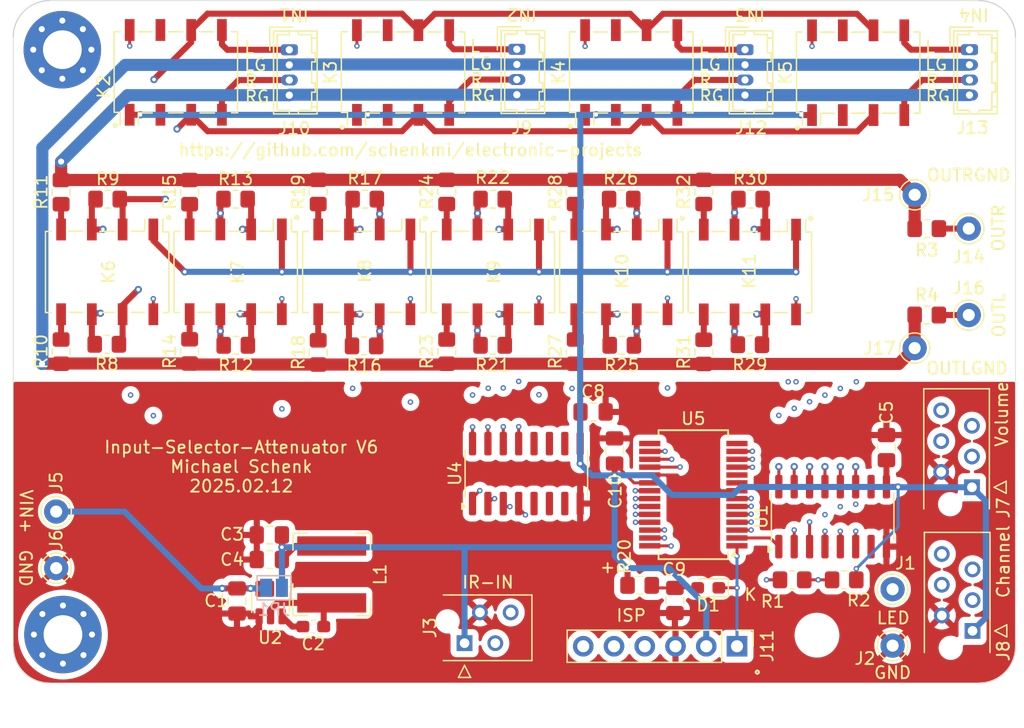
<source format=kicad_pcb>
(kicad_pcb (version 20240108) (generator "pcbnew") (generator_version "8.0")
  (layers (0 "F.Cu" mixed) (1 "In1.Cu" signal) (2 "In2.Cu" signal) (31 "B.Cu" mixed) (34 "B.Paste" user) (35 "F.Paste" user) (36 "B.SilkS" user "B.Silkscreen") (37 "F.SilkS" user "F.Silkscreen") (38 "B.Mask" user) (39 "F.Mask" user) (44 "Edge.Cuts" user))
  (net 0 "")
  (net 1 "GND")
  (net 2 "+5V")
  (net 3 "/VIN")
  (net 4 "/SWOUT")
  (net 5 "RC0{slash}CHA")
  (net 6 "Net-(J1-Pin_1)")
  (net 7 "RC2{slash}SW")
  (net 9 "GND1")
  (net 10 "GND2")
  (net 11 "Net-(K2-Pad3)")
  (net 12 "RC5{slash}CHA")
  (net 13 "RC7{slash}SW")
  (net 15 "Net-(J10-Pin_1)")
  (net 16 "Net-(J10-Pin_3)")
  (net 18 "Net-(J14-Pin_1)")
  (net 19 "Net-(K2-Pad6)")
  (net 20 "Net-(J16-Pin_1)")
  (net 21 "Net-(K6-Pad3)")
  (net 22 "Net-(J9-Pin_1)")
  (net 23 "Net-(J9-Pin_3)")
  (net 24 "Net-(J12-Pin_1)")
  (net 25 "Net-(J12-Pin_3)")
  (net 26 "Net-(J13-Pin_1)")
  (net 27 "Net-(J13-Pin_3)")
  (net 28 "ICSPDAT")
  (net 29 "ICSPCLK")
  (net 30 "Net-(U4-O1)")
  (net 31 "Net-(U4-O2)")
  (net 32 "Net-(U4-O3)")
  (net 41 "Net-(K7-Pad3)")
  (net 42 "Net-(K6-Pad4)")
  (net 43 "Net-(K6-Pad5)")
  (net 44 "Net-(K6-Pad6)")
  (net 45 "Net-(U4-O4)")
  (net 46 "Net-(K7-Pad6)")
  (net 47 "Net-(K7-Pad4)")
  (net 48 "Net-(K7-Pad5)")
  (net 49 "Net-(U1-O1)")
  (net 50 "Net-(K8-Pad4)")
  (net 51 "Net-(K8-Pad5)")
  (net 52 "Net-(U1-O2)")
  (net 53 "Net-(K9-Pad4)")
  (net 54 "Net-(K9-Pad5)")
  (net 55 "Net-(K8-Pad3)")
  (net 56 "Net-(K8-Pad6)")
  (net 57 "Net-(U1-O3)")
  (net 58 "Net-(K10-Pad4)")
  (net 59 "Net-(K10-Pad5)")
  (net 60 "Net-(K10-Pad7)")
  (net 61 "Net-(U1-O4)")
  (net 62 "Net-(K10-Pad6)")
  (net 63 "Net-(K11-Pad4)")
  (net 64 "Net-(K11-Pad5)")
  (net 65 "Net-(U1-O5)")
  (net 66 "Net-(U1-O6)")
  (net 67 "Net-(U5-RB5)")
  (net 70 "Net-(U4-I1)")
  (net 71 "Net-(U4-I2)")
  (net 72 "Net-(U4-I3)")
  (net 73 "ATT_0")
  (net 74 "ATT_1")
  (net 75 "ATT_2")
  (net 76 "ATT_3")
  (net 77 "ATT_4")
  (net 78 "ATT_5")
  (net 79 "Net-(U4-I4)")
  (net 86 "Net-(K10-Pad2)")
  (net 87 "Net-(U2-BST)")
  (net 92 "Net-(D1-A)")
  (net 93 "RC1{slash}CHB")
  (net 94 "RC6{slash}CHB")
  (net 95 "Net-(D1-K)")
  (net 97 "RB4{slash}IRIN")
  (net 98 "Net-(K10-Pad3)")
  (footprint "Capacitor_SMD:C_0603_1608Metric_Pad1.08x0.95mm_HandSolder" (layer "F.Cu") (at 141.6315 110.1344 180)
    (property "Reference" "C2")
    (property "Value" "100nF/50V/X7R")
  )
  (footprint "Capacitor_SMD:C_0805_2012Metric_Pad1.18x1.45mm_HandSolder" (layer "F.Cu") (at 138.0021 102.5652 180)
    (property "Reference" "C3")
    (property "Value" "22uF/25V/X5R")
  )
  (footprint "Capacitor_SMD:C_0805_2012Metric_Pad1.18x1.45mm_HandSolder" (layer "F.Cu") (at 188.976 95.3555 -90)
    (property "Reference" "C5")
    (property "Value" "100nF")
  )
  (footprint "MountingHole:MountingHole_3.2mm_M3" (layer "F.Cu") (at 186.7408 80.772)
    (property "Reference" "H2" (hide yes))
    (property "Value" "MountingHole")
  )
  (footprint "MountingHole:MountingHole_3.2mm_M3" (layer "F.Cu") (at 183.2356 110.8456)
    (property "Reference" "H3" (hide yes))
    (property "Value" "MountingHole")
  )
  (footprint "MountingHole:MountingHole_3.2mm_M3_Pad_Via" (layer "F.Cu") (at 120.9548 110.7948)
    (property "Reference" "H4" (hide yes))
    (property "Value" "MountingHole")
  )
  (footprint "Connector_Pin:Pin_D1.0mm_L10.0mm" (layer "F.Cu") (at 189.484 107.047482)
    (property "Reference" "J1")
    (property "Value" "LED")
  )
  (footprint "Connector_Pin:Pin_D1.0mm_L10.0mm" (layer "F.Cu") (at 189.484 111.7092)
    (property "Reference" "J2")
    (property "Value" "GND")
  )
  (footprint "Connector_Pin:Pin_D1.0mm_L10.0mm" (layer "F.Cu") (at 120.396 100.6348 -90)
    (property "Reference" "J5")
    (property "Value" "+VIN")
  )
  (footprint "Connector_Pin:Pin_D1.0mm_L10.0mm" (layer "F.Cu") (at 120.396 105.3084 -90)
    (property "Reference" "J6")
    (property "Value" "GND")
  )
  (footprint "Connector_Pin:Pin_D1.0mm_L10.0mm" (layer "F.Cu") (at 195.776364 77.263242)
    (property "Reference" "J14")
    (property "Value" "OUT_R")
  )
  (footprint "Connector_Pin:Pin_D1.0mm_L10.0mm" (layer "F.Cu") (at 191.306062 74.469242)
    (property "Reference" "J15")
    (property "Value" "OUT_GNDR")
  )
  (footprint "Connector_Pin:Pin_D1.0mm_L10.0mm" (layer "F.Cu") (at 195.776364 84.402499)
    (property "Reference" "J16")
    (property "Value" "OUT_L")
  )
  (footprint "Connector_Pin:Pin_D1.0mm_L10.0mm" (layer "F.Cu") (at 191.306062 87.131767)
    (property "Reference" "J17")
    (property "Value" "OUT_GNDL")
  )
  (footprint "Relay_SMD:Relay_DPDT_Omron_G6K-2F" (layer "F.Cu") (at 130.2766 64.3584 90)
    (property "Reference" "K2")
    (property "Value" "G6K-2F DC5")
  )
  (footprint "Relay_SMD:Relay_DPDT_Omron_G6K-2F" (layer "F.Cu") (at 149.0472 64.3688 90)
    (property "Reference" "K3")
    (property "Value" "G6K-2F DC5")
  )
  (footprint "Relay_SMD:Relay_DPDT_Omron_G6K-2F" (layer "F.Cu") (at 167.894 64.3688 90)
    (property "Reference" "K4")
    (property "Value" "G6K-2F DC5")
  )
  (footprint "Relay_SMD:Relay_DPDT_Omron_G6K-2F" (layer "F.Cu") (at 186.6392 64.3838 90)
    (property "Reference" "K5")
    (property "Value" "G6K-2F DC5")
  )
  (footprint "Resistor_SMD:R_0805_2012Metric_Pad1.20x1.40mm_HandSolder" (layer "F.Cu") (at 181.1876 106.2736)
    (property "Reference" "R1")
    (property "Value" "330R")
  )
  (footprint "Resistor_SMD:R_0805_2012Metric_Pad1.20x1.40mm_HandSolder" (layer "F.Cu") (at 185.4868 106.2736 180)
    (property "Reference" "R2")
    (property "Value" "330R")
  )
  (footprint "Resistor_SMD:R_0805_2012Metric_Pad1.20x1.40mm_HandSolder" (layer "F.Cu") (at 192.305964 84.402499)
    (property "Reference" "R4")
    (property "Value" "10k/0.1%")
  )
  (footprint "MountingHole:MountingHole_3.2mm_M3_Pad_Via" (layer "F.Cu") (at 120.904 62.484)
    (property "Reference" "H1" (hide yes))
    (property "Value" "MountingHole")
  )
  (footprint "Resistor_SMD:R_0805_2012Metric_Pad1.20x1.40mm_HandSolder" (layer "F.Cu") (at 192.305964 77.263242)
    (property "Reference" "R3")
    (property "Value" "10k/0.1%")
  )
  (footprint "Package_SO:SOIC-16_3.9x9.9mm_P1.27mm" (layer "F.Cu") (at 159.2326 97.4994 90)
    (property "Reference" "U4")
    (property "Value" "ULN2003A")
  )
  (footprint "Package_TO_SOT_SMD:TSOT-23-6" (layer "F.Cu") (at 138.1053 108.1532 -90)
    (property "Reference" "U2")
    (property "Value" "AP63205WU")
  )
  (footprint "Capacitor_SMD:C_0805_2012Metric_Pad1.18x1.45mm_HandSolder" (layer "F.Cu") (at 138.0021 104.5972 180)
    (property "Reference" "C4")
    (property "Value" "22uF/25V/X5R")
  )
  (footprint "Package_SO:SOIC-16_3.9x9.9mm_P1.27mm" (layer "F.Cu") (at 184.531 101.0554 90)
    (property "Reference" "U1")
    (property "Value" "ULN2003A")
  )
  (footprint "Connector_TE-Connectivity:TE_Micro-MaTch_215079-6_2x03_P1.27mm_Vertical" (layer "F.Cu") (at 196.0372 98.6282 180)
    (property "Reference" "J7")
    (property "Value" "TE MicroMatch")
  )
  (footprint "Resistor_SMD:R_0805_2012Metric_Pad1.20x1.40mm_HandSolder" (layer "F.Cu") (at 135.2296 86.9 180)
    (property "Reference" "R12")
    (property "Value" "2.94k/0.1%")
  )
  (footprint "Capacitor_SMD:C_0805_2012Metric_Pad1.18x1.45mm_HandSolder" (layer "F.Cu") (at 164.7444 92.4052)
    (property "Reference" "C8")
    (property "Value" "100nF")
  )
  (footprint "Resistor_SMD:R_0805_2012Metric_Pad1.20x1.40mm_HandSolder" (layer "F.Cu") (at 156.448 74.8284 180)
    (property "Reference" "R22")
    (property "Value" "7.5k/0.1%")
  )
  (footprint "Connector_Hirose:Hirose_DF13-04P-1.25DSA_1x04_P1.25mm_Vertical" (layer "F.Cu") (at 139.6492 62.4932 -90)
    (property "Reference" "J10")
    (property "Value" "Conn_01x04")
  )
  (footprint "Resistor_SMD:R_0805_2012Metric_Pad1.20x1.40mm_HandSolder" (layer "F.Cu") (at 135.2136 74.8284 180)
    (property "Reference" "R13")
    (property "Value" "2.94k/0.1%")
  )
  (footprint "Relay_SMD:Relay_DPDT_Omron_G6K-2F" (layer "F.Cu") (at 177.6984 80.8496 -90)
    (property "Reference" "K11")
    (property "Value" "G6K-2F DC5")
  )
  (footprint "Resistor_SMD:R_0805_2012Metric_Pad1.20x1.40mm_HandSolder" (layer "F.Cu") (at 173.8884 87.4428 90)
    (property "Reference" "R31")
    (property "Value" "40.2R/0.1%")
  )
  (footprint "Resistor_SMD:R_0805_2012Metric_Pad1.20x1.40mm_HandSolder" (layer "F.Cu") (at 167.116 86.9 180)
    (property "Reference" "R25")
    (property "Value" "9.31k/0.1%")
  )
  (footprint "Resistor_SMD:R_0805_2012Metric_Pad1.20x1.40mm_HandSolder" (layer "F.Cu") (at 131.4196 87.4052 90)
    (property "Reference" "R14")
    (property "Value" "24.3k/0.1%")
  )
  (footprint "Resistor_SMD:R_0805_2012Metric_Pad1.20x1.40mm_HandSolder" (layer "F.Cu") (at 145.8816 74.8284 180)
    (property "Reference" "R17")
    (property "Value" "4.99k/0.1%")
  )
  (footprint "Resistor_SMD:R_0805_2012Metric_Pad1.20x1.40mm_HandSolder" (layer "F.Cu") (at 124.5776 86.8172 180)
    (property "Reference" "R8")
    (property "Value" "1.58k/0.1%")
  )
  (footprint "Relay_SMD:Relay_DPDT_Omron_G6K-2F" (layer "F.Cu") (at 124.6124 80.836 -90)
    (property "Reference" "K6")
    (property "Value" "G6K-2F DC5")
  )
  (footprint "Resistor_SMD:R_0805_2012Metric_Pad1.20x1.40mm_HandSolder" (layer "F.Cu") (at 177.6984 86.8492 180)
    (property "Reference" "R29")
    (property "Value" "10k/0.1%")
  )
  (footprint "Relay_SMD:Relay_DPDT_Omron_G6K-2F" (layer "F.Cu") (at 135.2296 80.8308 -90)
    (property "Reference" "K7")
    (property "Value" "G6K-2F DC5")
  )
  (footprint "Capacitor_SMD:C_0805_2012Metric_Pad1.18x1.45mm_HandSolder" (layer "F.Cu") (at 166.5224 95.6271 90)
    (property "Reference" "C10")
    (property "Value" "100nF")
  )
  (footprint "Capacitor_SMD:C_0805_2012Metric_Pad1.18x1.45mm_HandSolder" (layer "F.Cu") (at 135.3312 108.0223 -90)
    (property "Reference" "C1")
    (property "Value" "10uF/50V/X5R")
  )
  (footprint "Resistor_SMD:R_0805_2012Metric_Pad1.20x1.40mm_HandSolder" (layer "F.Cu") (at 177.7492 74.8284 180)
    (property "Reference" "R30")
    (property "Value" "10k/0.1%")
  )
  (footprint "Resistor_SMD:R_0805_2012Metric_Pad1.20x1.40mm_HandSolder" (layer "F.Cu") (at 120.8024 74.248 90)
    (property "Reference" "R11")
    (property "Value" "53.6k/0.1%")
  )
  (footprint "Resistor_SMD:R_0805_2012Metric_Pad1.20x1.40mm_HandSolder" (layer "F.Cu") (at 167.0652 74.8284 180)
    (property "Reference" "R26")
    (property "Value" "9.31k/0.1%")
  )
  (footprint "Connector_Hirose:Hirose_DF13-04P-1.25DSA_1x04_P1.25mm_Vertical" (layer "F.Cu") (at 158.4452 62.4532 -90)
    (property "Reference" "J9")
    (property "Value" "Conn_01x04")
  )
  (footprint "Resistor_SMD:R_0805_2012Metric_Pad1.20x1.40mm_HandSolder" (layer "F.Cu") (at 145.8308 86.9508 180)
    (property "Reference" "R16")
    (property "Value" "4.99k/0.1%")
  )
  (footprint "Resistor_SMD:R_0805_2012Metric_Pad1.20x1.40mm_HandSolder" (layer "F.Cu") (at 163.2712 87.424 90)
    (property "Reference" "R27")
    (property "Value" "681R/0.1%")
  )
  (footprint "Resistor_SMD:R_0805_2012Metric_Pad1.20x1.40mm_HandSolder" (layer "F.Cu") (at 131.4196 74.248 90)
    (property "Reference" "R15")
    (property "Value" "24.3k/0.1%")
  )
  (footprint "Inductor_SMD:L_Bourns-SRN6028" (layer "F.Cu") (at 143.1544 105.8296 90)
    (property "Reference" "L1")
    (property "Value" "4.7uH")
  )
  (footprint "Diode_SMD:D_0603_1608Metric_Pad1.05x0.95mm_HandSolder" (layer "F.Cu") (at 174.2554 106.934 180)
    (property "Reference" "D1")
    (property "Value" "TS4148RCG")
  )
  (footprint "Resistor_SMD:R_0805_2012Metric_Pad1.20x1.40mm_HandSolder" (layer "F.Cu") (at 156.448 86.9 180)
    (property "Reference" "R21")
    (property "Value" "7.5k/0.1%")
  )
  (footprint "Resistor_SMD:R_0805_2012Metric_Pad1.20x1.40mm_HandSolder" (layer "F.Cu") (at 124.6472 74.8284 180)
    (property "Reference" "R9")
    (property "Value" "1.58k/0.1%")
  )
  (footprint "Resistor_SMD:R_0805_2012Metric_Pad1.20x1.40mm_HandSolder" (layer "F.Cu") (at 120.8024 87.424 90)
    (property "Reference" "R10")
    (property "Value" "53.6k/0.1%")
  )
  (footprint "Resistor_SMD:R_0805_2012Metric_Pad1.20x1.40mm_HandSolder" (layer "F.Cu") (at 152.654 74.2348 90)
    (property "Reference" "R24")
    (property "Value" "3.32k/0.1%")
  )
  (footprint "Connector_TE-Connectivity:TE_Micro-MaTch_215079-6_2x03_P1.27mm_Vertical" (layer "F.Cu") (at 196.088 110.49 180)
    (property "Reference" "J8")
    (property "Value" "TE MicroMatch")
  )
  (footprint "Resistor_SMD:R_0805_2012Metric_Pad1.20x1.40mm_HandSolder" (layer "F.Cu") (at 163.2712 74.2348 90)
    (property "Reference" "R28")
    (property "Value" "681R/0.1%")
  )
  (footprint "Resistor_SMD:R_0805_2012Metric_Pad1.20x1.40mm_HandSolder" (layer "F.Cu") (at 152.654 87.424 90)
    (property "Reference" "R23")
    (property "Value" "3.32k/0.1%")
  )
  (footprint "Resistor_SMD:R_0805_2012Metric_Pad1.20x1.40mm_HandSolder" (layer "F.Cu") (at 142.039092 74.2348 90)
    (property "Reference" "R19")
    (property "Value" "10k/0.1%")
  )
  (footprint "Resistor_SMD:R_0805_2012Metric_Pad1.20x1.40mm_HandSolder" (layer "F.Cu") (at 168.5892 106.7308)
    (property "Reference" "R20")
    (property "Value" "4.7k")
  )
  (footprint "Connector_Hirose:Hirose_DF13-04P-1.25DSA_1x04_P1.25mm_Vertical" (layer "F.Cu") (at 195.834 62.484 -90)
    (property "Reference" "J13")
    (property "Value" "Conn_01x04")
  )
  (footprint "Relay_SMD:Relay_DPDT_Omron_G6K-2F" (layer "F.Cu") (at 167.0812 80.836 -90)
    (property "Reference" "K10")
    (property "Value" "G6K-2F DC5")
  )
  (footprint "Capacitor_SMD:C_0805_2012Metric_Pad1.18x1.45mm_HandSolder" (layer "F.Cu") (at 171.5008 107.9793 -90)
    (property "Reference" "C9")
    (property "Value" "10nF")
  )
  (footprint "Resistor_SMD:R_0805_2012Metric_Pad1.20x1.40mm_HandSolder" (layer "F.Cu") (at 142.039092 87.4908 90)
    (property "Reference" "R18")
    (property "Value" "10k/0.1%")
  )
  (footprint "Relay_SMD:Relay_DPDT_Omron_G6K-2F" (layer "F.Cu") (at 156.464 80.8412 -90)
    (property "Reference" "K9")
    (property "Value" "G6K-2F DC5")
  )
  (footprint "Resistor_SMD:R_0805_2012Metric_Pad1.20x1.40mm_HandSolder" (layer "F.Cu") (at 173.8884 74.2348 90)
    (property "Reference" "R32")
    (property "Value" "40.2R/0.1%")
  )
  (footprint "Relay_SMD:Relay_DPDT_Omron_G6K-2F" (layer "F.Cu") (at 145.849092 80.836 -90)
    (property "Reference" "K8")
    (property "Value" "G6K-2F DC5")
  )
  (footprint "Connector_TE-Connectivity:TE_Micro-MaTch_215079-4_2x02_P1.27mm_Vertical" (layer "F.Cu") (at 154.1272 111.506 90)
    (property "Reference" "J3")
    (property "Value" "TE MicroMatch")
  )
  (footprint "Connector_PinHeader_2.54mm:PinHeader_1x06_P2.54mm_Vertical" (layer "F.Cu") (at 176.6316 111.76 -90)
    (property "Reference" "J11")
    (property "Value" "Conn_01x06_Male")
  )
  (footprint "Connector_Hirose:Hirose_DF13-04P-1.25DSA_1x04_P1.25mm_Vertical" (layer "F.Cu") (at 177.292 62.484 -90)
    (property "Reference" "J12")
    (property "Value" "Conn_01x04")
  )
  (footprint "Package_SO:SSOP-28_5.3x10.2mm_P0.65mm" (layer "F.Cu") (at 173.0248 99.2408 180)
    (property "Reference" "U5")
    (property "Value" "PIC16F18056-I/SS")
  )
  (footprint "Jumper:SolderJumper-2_P1.3mm_Open_Pad1.0x1.5mm" (layer "B.Cu") (at 138.3896 106.934)
    (property "Reference" "JP1")
    (property "Value" "SolderJumper_2_Open")
  )
  (gr_line (start 116.850329 111.797671) (end 116.850328 61.430328) (stroke (width 0.05)) (layer "Edge.Cuts"))
  (gr_line (start 196.63368 114.79768) (end 119.850329 114.797671) (stroke (width 0.05)) (layer "Edge.Cuts"))
  (gr_arc (start 199.63368 111.79768) (mid 198.755 113.919) (end 196.63368 114.79768) (stroke (width 0.1)) (layer "Edge.Cuts"))
  (gr_line (start 199.633674 61.430326) (end 199.63368 111.79768) (stroke (width 0.05)) (layer "Edge.Cuts"))
  (gr_arc (start 119.850329 114.797671) (mid 117.729 113.919) (end 116.850329 111.797671) (stroke (width 0.1)) (layer "Edge.Cuts"))
  (gr_arc (start 196.633674 58.430326) (mid 198.755 59.309) (end 199.633674 61.430326) (stroke (width 0.1)) (layer "Edge.Cuts"))
  (gr_arc (start 116.850328 61.430328) (mid 117.729 59.309) (end 119.850328 58.430328) (stroke (width 0.1)) (layer "Edge.Cuts"))
  (gr_line (start 119.850328 58.430328) (end 196.633674 58.430326) (stroke (width 0.05)) (layer "Edge.Cuts"))
  (gr_text "OUTL" (at 198.265564 84.402499 90) (layer "F.SilkS") (effects (font (size 1 1))))
  (gr_text "VIN+" (at 117.9068 100.6348 270) (layer "F.SilkS") (effects (font (size 1 1))))
  (gr_text "GND" (at 117.856 105.3084 -90) (layer "F.SilkS") (effects (font (size 1 1))))
  (gr_text "GND" (at 189.484 113.9444 0) (layer "F.SilkS") (effects (font (size 1 1))))
  (gr_text "OUTLGND" (at 195.6308 88.7984 0) (layer "F.SilkS") (effects (font (size 1 1))))
  (gr_text "OUTRGND" (at 195.7832 72.8472 0) (layer "F.SilkS") (effects (font (size 1 1))))
  (gr_text "Input-Selector-Attenuator V6\nMichael Schenk\n2025.02.12" (at 135.6868 96.9264 0) (layer "F.SilkS") (effects (font (size 1 1))))
  (gr_text "LED" (at 189.5348 109.4232 0) (layer "F.SilkS") (effects (font (size 1 1))))
  (gr_text "IN2" (at 158.849918 59.5884 180) (layer "F.SilkS") (effects (font (size 1 1))))
  (gr_text "Volume" (at 198.501 92.583 90) (layer "F.SilkS") (effects (font (size 1 1))))
  (gr_text "https://github.com/schenkmi/electronic-projects" (at 149.6568 70.7644 0) (layer "F.SilkS") (effects (font (size 1 1))))
  (gr_text "°" (at 129.6924 76.7588 0) (layer "F.SilkS") (effects (font (size 1 1))))
  (gr_text "L" (at 173.3804 62.8396 0) (layer "F.SilkS") (effects (font (size 1 1)) (justify left bottom)))
  (gr_text "R" (at 192.1256 65.5828 0) (layer "F.SilkS") (effects (font (size 1 1)) (justify left bottom)))
  (gr_text "°" (at 140.2588 76.7588 0) (layer "F.SilkS") (effects (font (size 1 1))))
  (gr_text "R" (at 135.89 65.6336 0) (layer "F.SilkS") (effects (font (size 1 1)) (justify left bottom)))
  (gr_text "°" (at 172.1104 76.8096 0) (layer "F.SilkS") (effects (font (size 1 1))))
  (gr_text "°" (at 162.8648 69.2404 0) (layer "F.SilkS") (effects (font (size 1 1))))
  (gr_text "LG" (at 154.4828 64.2112 0) (layer "F.SilkS") (effects (font (size 1 1)) (justify left bottom)))
  (gr_text "°" (at 181.61 69.342 0) (layer "F.SilkS") (effects (font (size 1 1))))
  (gr_text "°" (at 161.4932 76.8096 0) (layer "F.SilkS") (effects (font (size 1 1))))
  (gr_text "L" (at 192.0748 62.8396 0) (layer "F.SilkS") (effects (font (size 1 1)) (justify left bottom)))
  (gr_text "R" (at 154.5336 65.532 0) (layer "F.SilkS") (effects (font (size 1 1)) (justify left bottom)))
  (gr_text "RG" (at 192.1256 66.9036 0) (layer "F.SilkS") (effects (font (size 1 1)) (justify left bottom)))
  (gr_text "Channel" (at 198.628 104.775 90) (layer "F.SilkS") (effects (font (size 1 1))))
  (gr_text "°" (at 150.876 76.8096 0) (layer "F.SilkS") (effects (font (size 1 1))))
  (gr_text "IR-IN" (at 156.0576 106.4768 0) (layer "F.SilkS") (effects (font (size 1 1))))
  (gr_text "L" (at 135.8392 62.8904 0) (layer "F.SilkS") (effects (font (size 1 1)) (justify left bottom)))
  (gr_text "LG" (at 135.8392 64.3128 0) (layer "F.SilkS") (effects (font (size 1 1)) (justify left bottom)))
  (gr_text "LG" (at 173.3804 64.262 0) (layer "F.SilkS") (effects (font (size 1 1)) (justify left bottom)))
  (gr_text "°" (at 178.308 114.3 0) (layer "F.SilkS") (effects (font (size 1 1))))
  (gr_text "°" (at 144.018 69.2912 0) (layer "F.SilkS") (effects (font (size 1 1))))
  (gr_text "L" (at 154.4828 62.7888 0) (layer "F.SilkS") (effects (font (size 1 1)) (justify left bottom)))
  (gr_text "°" (at 182.7276 76.8096 0) (layer "F.SilkS") (effects (font (size 1 1))))
  (gr_text "ISP" (at 167.894 109.22 0) (layer "F.SilkS") (effects (font (size 1 1))))
  (gr_text "R" (at 173.4312 65.5828 0) (layer "F.SilkS") (effects (font (size 1 1)) (justify left bottom)))
  (gr_text "IN1" (at 140.0048 59.5884 180) (layer "F.SilkS") (effects (font (size 1 1))))
  (gr_text "K" (at 177.7492 107.4928 0) (layer "F.SilkS") (effects (font (size 1 1))))
  (gr_text "LG" (at 192.0748 64.262 0) (layer "F.SilkS") (effects (font (size 1 1)) (justify left bottom)))
  (gr_text "+" (at 165.227 105.791 0) (layer "F.SilkS") (effects (font (size 1 1)) (justify left bottom)))
  (gr_text "RG" (at 154.5336 66.8528 0) (layer "F.SilkS") (effects (font (size 1 1)) (justify left bottom)))
  (gr_text "IN3" (at 177.699436 59.5884 180) (layer "F.SilkS") (effects (font (size 1 1))))
  (gr_text "°" (at 125.2728 69.1388 0) (layer "F.SilkS") (effects (font (size 1 1))))
  (gr_text "IN4" (at 196.1896 59.5884 180) (layer "F.SilkS") (effects (font (size 1 1))))
  (gr_text "RG" (at 135.89 66.9544 0) (layer "F.SilkS") (effects (font (size 1 1)) (justify left bottom)))
  (gr_text "OUTR" (at 198.214764 77.212442 90) (layer "F.SilkS") (effects (font (size 1 1))))
  (gr_text "RG" (at 173.4312 66.9036 0) (layer "F.SilkS") (effects (font (size 1 1)) (justify left bottom)))
  (segment (start 172.9822 98.9158) (end 171.6822 97.6158) (width 0.25) (layer "F.Cu") (net 1))
  (segment (start 137.1553 110.0375) (end 135.5852 111.6076) (width 0.5) (layer "F.Cu") (net 1))
  (segment (start 137.1553 109.2907) (end 137.1553 110.0375) (width 0.5) (layer "F.Cu") (net 1))
  (segment (start 176.6248 98.9158) (end 172.9822 98.9158) (width 0.25) (layer "F.Cu") (net 1))
  (segment (start 169.4248 97.6158) (end 171.6822 97.6158) (width 0.25) (layer "F.Cu") (net 1))
  (segment (start 169.4248 98.2658) (end 168.1236 98.2658) (width 0.25) (layer "F.Cu") (net 2))
  (segment (start 188.976 98.5804) (end 188.976 96.393) (width 0.5) (layer "F.Cu") (net 2))
  (segment (start 170.8912 80.8228) (end 170.878 80.836) (width 0.5) (layer "F.Cu") (net 2))
  (segment (start 139.0553 104.6129) (end 139.0396 104.5972) (width 0.5) (layer "F.Cu") (net 2))
  (segment (start 143.1544 103.4796) (end 140.1572 103.4796) (width 0.5) (layer "F.Cu") (net 2))
  (segment (start 139.0396 80.836) (end 139.0396 77.3308) (width 0.5) (layer "F.Cu") (net 2))
  (segment (start 181.5084 80.8228) (end 181.4952 80.836) (width 0.5) (layer "F.Cu") (net 2))
  (segment (start 145.2372 67.8688) (end 146.1516 67.8688) (width 0.5) (layer "F.Cu") (net 2))
  (segment (start 149.659092 80.833708) (end 149.6568 80.836) (width 0.5) (layer "F.Cu") (net 2))
  (segment (start 181.5084 77.3496) (end 181.5084 80.8228) (width 0.5) (layer "F.Cu") (net 2))
  (segment (start 128.4224 78.2452) (end 131.0132 80.836) (width 0.5) (layer "F.Cu") (net 2))
  (segment (start 139.0553 107.0157) (end 139.0553 104.6129) (width 0.5) (layer "F.Cu") (net 2))
  (segment (start 186.4868 106.2736) (end 186.4868 105.3592) (width 0.25) (layer "F.Cu") (net 2))
  (segment (start 168.1236 98.2658) (end 166.5224 96.6646) (width 0.25) (layer "F.Cu") (net 2))
  (segment (start 139.0396 104.5972) (end 139.0396 103.5812) (width 0.5) (layer "F.Cu") (net 2))
  (segment (start 128.4224 77.336) (end 128.4224 78.2452) (width 0.5) (layer "F.Cu") (net 2))
  (segment (start 170.8912 77.336) (end 170.8912 80.8228) (width 0.5) (layer "F.Cu") (net 2))
  (segment (start 149.659092 77.336) (end 149.659092 80.833708) (width 0.5) (layer "F.Cu") (net 2))
  (segment (start 127.3452 67.8584) (end 127.3556 67.8688) (width 0.5) (layer "F.Cu") (net 2))
  (segment (start 181.9298 67.8838) (end 181.9148 67.8688) (width 0.5) (layer "F.Cu") (net 2))
  (segment (start 140.1572 103.4796) (end 139.0396 104.5972) (width 0.5) (layer "F.Cu") (net 2))
  (segment (start 160.274 80.836) (end 160.274 77.3412) (width 0.5) (layer "F.Cu") (net 2))
  (segment (start 163.6776 95.0244) (end 163.6776 96.6724) (width 0.5) (layer "F.Cu") (net 2))
  (segment (start 164.084 67.8688) (end 164.9984 67.8688) (width 0.5) (layer "F.Cu") (net 2))
  (segment (start 166.5224 96.6646) (end 166.5224 97.6511) (width 0.5) (layer "F.Cu") (net 2))
  (segment (start 167.5892 106.7308) (end 167.5892 105.3592) (width 0.5) (layer "F.Cu") (net 2))
  (segment (start 189.9412 98.6028) (end 188.9984 98.6028) (width 0.5) (layer "F.Cu") (net 2))
  (segment (start 139.0396 103.5812) (end 139.0396 102.5652) (width 0.5) (layer "F.Cu") (net 2))
  (segment (start 167.5892 105.3592) (end 167.5384 105.3084) (width 0.5) (layer "F.Cu") (net 2))
  (segment (start 126.4666 67.8584) (end 127.3452 67.8584) (width 0.5) (layer "F.Cu") (net 2))
  (segment (start 163.6776 95.0244) (end 163.6776 92.4345) (width 0.5) (layer "F.Cu") (net 2))
  (segment (start 182.8292 67.8838) (end 181.9298 67.8838) (width 0.5) (layer "F.Cu") (net 2))
  (via (at 160.274 80.836) (size 0.6) (drill 0.3) (layers "F.Cu" "B.Cu") (net 2))
  (via (at 163.6776 96.6724) (size 0.6) (drill 0.3) (layers "F.Cu" "B.Cu") (net 2))
  (via (at 167.5384 105.3084) (size 0.6) (drill 0.3) (layers "F.Cu" "B.Cu") (net 2))
  (via (at 170.878 80.836) (size 0.6) (drill 0.3) (layers "F.Cu" "B.Cu") (net 2))
  (via (at 189.9412 98.6028) (size 0.6) (drill 0.3) (layers "F.Cu" "B.Cu") (net 2))
  (via (at 131.0132 80.836) (size 0.6) (drill 0.3) (layers "F.Cu" "B.Cu") (net 2))
  (via (at 149.6568 80.836) (size 0.6) (drill 0.3) (layers "F.Cu" "B.Cu") (net 2))
  (via (at 186.4868 105.3592) (size 0.45) (drill 0.225) (layers "F.Cu" "B.Cu") (net 2))
  (via (at 166.5224 97.6511) (size 0.6) (drill 0.3) (layers "F.Cu" "B.Cu") (net 2))
  (via (at 127.3556 67.8688) (size 0.6) (drill 0.3) (layers "F.Cu" "B.Cu") (net 2))
  (via (at 139.0396 80.836) (size 0.6) (drill 0.3) (layers "F.Cu" "B.Cu") (net 2))
  (via (at 139.0396 103.5812) (size 0.6) (drill 0.3) (layers "F.Cu" "B.Cu") (net 2))
  (via (at 181.4952 80.836) (size 0.6) (drill 0.3) (layers "F.Cu" "B.Cu") (net 2))
  (via (at 181.9148 67.8688) (size 0.6) (drill 0.3) (layers "F.Cu" "B.Cu") (net 2))
  (via (at 146.1516 67.8688) (size 0.6) (drill 0.3) (layers "F.Cu" "B.Cu") (net 2))
  (via (at 164.9984 67.8688) (size 0.6) (drill 0.3) (layers "F.Cu" "B.Cu") (net 2))
  (segment (start 196.088 110.49) (end 197.188 109.39) (width 0.5) (layer "B.Cu") (net 2))
  (segment (start 189.9666 98.6282) (end 189.9412 98.6028) (width 0.5) (layer "B.Cu") (net 2))
  (segment (start 167.5384 105.3084) (end 170.9928 105.3084) (width 0.5) (layer "B.Cu") (net 2))
  (segment (start 166.5359 97.6376) (end 166.5224 97.6511) (width 0.5) (layer "B.Cu") (net 2))
  (segment (start 176.9364 98.6028) (end 176.276 99.2632) (width 0.5) (layer "B.Cu") (net 2))
  (segment (start 166.5224 104.2924) (end 167.5384 105.3084) (width 0.5) (layer "B.Cu") (net 2))
  (segment (start 163.6908 67.9328) (end 163.6268 67.8688) (width 0.5) (layer "B.Cu") (net 2))
  (segment (start 139.0396 106.934) (end 139.0396 103.5812) (width 0.5) (layer "B.Cu") (net 2))
  (segment (start 189.9412 98.6028) (end 176.9364 98.6028) (width 0.5) (layer "B.Cu") (net 2))
  (segment (start 166.5224 103.5812) (end 166.5224 104.2924) (width 0.5) (layer "B.Cu") (net 2))
  (segment (start 186.4868 105.3592) (end 189.9412 101.9048) (width 0.25) (layer "B.Cu") (net 2))
  (segment (start 171.2468 99.2632) (end 169.6212 97.6376) (width 0.5) (layer "B.Cu") (net 2))
  (segment (start 149.6568 80.836) (end 160.274 80.836) (width 0.5) (layer "B.Cu") (net 2))
  (segment (start 163.6908 80.836) (end 170.878 80.836) (width 0.5) (layer "B.Cu") (net 2))
  (segment (start 139.0396 103.5812) (end 154.1272 103.5812) (width 0.5) (layer "B.Cu") (net 2))
  (segment (start 149.6568 80.836) (end 139.0396 80.836) (width 0.5) (layer "B.Cu") (net 2))
  (segment (start 163.6776 80.8492) (end 163.6908 80.836) (width 0.5) (layer "B.Cu") (net 2))
  (segment (start 164.9984 67.8688) (end 163.6268 67.8688) (width 0.5) (layer "B.Cu") (net 2))
  (segment (start 166.5224 97.6511) (end 166.5224 103.5812) (width 0.5) (layer "B.Cu") (net 2))
  (segment (start 174.0916 108.5088) (end 174.0916 111.76) (width 0.5) (layer "B.Cu") (net 2))
  (segment (start 154.1272 103.5812) (end 166.5224 103.5812) (width 0.5) (layer "B.Cu") (net 2))
  (segment (start 169.6212 97.6376) (end 166.5359 97.6376) (width 0.5) (layer "B.Cu") (net 2))
  (segment (start 166.5224 97.6511) (end 164.6563 97.6511) (width 0.5) (layer "B.Cu") (net 2))
  (segment (start 174.1424 108.458) (end 174.0916 108.5088) (width 0.5) (layer "B.Cu") (net 2))
  (segment (start 170.878 80.836) (end 181.4952 80.836) (width 0.5) (layer "B.Cu") (net 2))
  (segment (start 139.0396 80.836) (end 131.0132 80.836) (width 0.5) (layer "B.Cu") (net 2))
  (segment (start 176.276 99.2632) (end 171.2468 99.2632) (width 0.5) (layer "B.Cu") (net 2))
  (segment (start 154.1272 111.506) (end 154.1272 103.5812) (width 0.5) (layer "B.Cu") (net 2))
  (segment (start 189.9412 101.9048) (end 189.9412 98.6028) (width 0.25) (layer "B.Cu") (net 2))
  (segment (start 163.6908 80.836) (end 163.6908 67.9328) (width 0.5) (layer "B.Cu") (net 2))
  (segment (start 160.274 80.836) (end 163.6908 80.836) (width 0.5) (layer "B.Cu") (net 2))
  (segment (start 127.3556 67.8688) (end 146.1516 67.8688) (width 0.5) (layer "B.Cu") (net 2))
  (segment (start 163.6268 67.8688) (end 146.1516 67.8688) (width 0.5) (layer "B.Cu") (net 2))
  (segment (start 181.9148 67.8688) (end 164.9984 67.8688) (width 0.5) (layer "B.Cu") (net 2))
  (segment (start 196.0372 98.6282) (end 189.9666 98.6282) (width 0.5) (layer "B.Cu") (net 2))
  (segment (start 164.6563 97.6511) (end 163.6776 96.6724) (width 0.5) (layer "B.Cu") (net 2))
  (segment (start 197.188 109.39) (end 197.188 99.779) (width 0.5) (layer "B.Cu") (net 2))
  (segment (start 170.9928 105.3084) (end 174.1424 108.458) (width 0.5) (layer "B.Cu") (net 2))
  (segment (start 197.188 99.779) (end 196.0372 98.6282) (width 0.5) (layer "B.Cu") (net 2))
  (segment (start 163.6776 96.6724) (end 163.6776 80.8492) (width 0.5) (layer "B.Cu") (net 2))
  (segment (start 138.0744 106.9848) (end 138.1053 107.0157) (width 0.5) (layer "F.Cu") (net 3))
  (segment (start 136.4488 106.9848) (end 138.0744 106.9848) (width 0.5) (layer "F.Cu") (net 3))
  (segment (start 135.3312 106.9848) (end 136.4488 106.9848) (width 0.5) (layer "F.Cu") (net 3))
  (segment (start 135.3312 106.9848) (end 134.112 106.9848) (width 0.5) (layer "F.Cu") (net 3))
  (via (at 136.4488 106.9848) (size 0.6) (drill 0.3) (layers "F.Cu" "B.Cu") (net 3))
  (via (at 134.112 106.9848) (size 0.6) (drill 0.3) (layers "F.Cu" "B.Cu") (net 3))
  (segment (start 134.112 106.9848) (end 132.3848 106.9848) (width 0.5) (layer "B.Cu") (net 3))
  (segment (start 137.6888 106.9848) (end 137.7396 106.934) (width 0.5) (layer "B.Cu") (net 3))
  (segment (start 126.0348 100.6348) (end 120.396 100.6348) (width 0.5) (layer "B.Cu") (net 3))
  (segment (start 136.4488 106.9848) (end 137.6888 106.9848) (width 0.5) (layer "B.Cu") (net 3))
  (segment (start 132.3848 106.9848) (end 126.0348 100.6348) (width 0.5) (layer "B.Cu") (net 3))
  (segment (start 142.494 110.1344) (end 142.494 108.84) (width 0.5) (layer "F.Cu") (net 4))
  (segment (start 143.1544 108.1796) (end 143.153 108.1782) (width 0.5) (layer "F.Cu") (net 4))
  (segment (start 142.494 108.84) (end 143.1544 108.1796) (width 0.5) (layer "F.Cu") (net 4))
  (segment (start 138.1053 108.725516) (end 138.1053 109.2907) (width 0.5) (layer "F.Cu") (net 4))
  (segment (start 138.652616 108.1782) (end 138.1053 108.725516) (width 0.5) (layer "F.Cu") (net 4))
  (segment (start 143.153 108.1782) (end 138.652616 108.1782) (width 0.5) (layer "F.Cu") (net 4))
  (segment (start 176.6248 96.9658) (end 177.8902 96.9658) (width 0.25) (layer "F.Cu") (net 5))
  (segment (start 177.8902 96.9658) (end 177.9016 96.9772) (width 0.25) (layer "F.Cu") (net 5))
  (via (at 177.9016 96.9772) (size 0.45) (drill 0.225) (layers "F.Cu" "B.Cu") (net 5))
  (segment (start 184.4868 106.2736) (end 183.3372 106.2736) (width 0.25) (layer "F.Cu") (net 6))
  (segment (start 183.3372 106.2736) (end 182.1876 106.2736) (width 0.25) (layer "F.Cu") (net 6))
  (via (at 183.3372 106.2736) (size 0.45) (drill 0.225) (layers "F.Cu" "B.Cu") (net 6))
  (segment (start 176.6248 95.6658) (end 177.8922 95.6658) (width 0.25) (layer "F.Cu") (net 7))
  (segment (start 177.8922 95.6658) (end 177.9016 95.6564) (width 0.25) (layer "F.Cu") (net 7))
  (via (at 177.9016 95.6564) (size 0.45) (drill 0.225) (layers "F.Cu" "B.Cu") (net 7))
  (segment (start 191.306062 87.131767) (end 191.306062 84.402597) (width 1) (layer "F.Cu") (net 9))
  (segment (start 152.654 88.424) (end 163.2712 88.424) (width 1) (layer "F.Cu") (net 9))
  (segment (start 173.8884 88.4428) (end 189.995029 88.4428) (width 1) (layer "F.Cu") (net 9))
  (segment (start 119.2464 88.424) (end 119.2276 88.4428) (width 1) (layer "F.Cu") (net 9))
  (segment (start 142.039092 88.4908) (end 152.5872 88.4908) (width 1) (layer "F.Cu") (net 9))
  (segment (start 189.995029 88.4428) (end 191.306062 87.131767) (width 1) (layer "F.Cu") (net 9))
  (segment (start 142.039092 88.4908) (end 131.5052 88.4908) (width 1) (layer "F.Cu") (net 9))
  (segment (start 131.4196 88.4052) (end 120.8212 88.4052) (width 1) (layer "F.Cu") (net 9))
  (segment (start 173.8884 88.4428) (end 163.29 88.4428) (width 1) (layer "F.Cu") (net 9))
  (segment (start 120.8024 88.424) (end 119.2464 88.424) (width 1) (layer "F.Cu") (net 9))
  (via (at 119.2276 88.4428) (size 1) (drill 0.5) (layers "F.Cu" "B.Cu") (net 9))
  (segment (start 126.0964 63.7432) (end 119.253 70.5866) (width 1) (layer "B.Cu") (net 9))
  (segment (start 158.4452 63.7032) (end 139.6892 63.7032) (width 1) (layer "B.Cu") (net 9))
  (segment (start 177.2612 63.7032) (end 177.292 63.734) (width 1) (layer "B.Cu") (net 9))
  (segment (start 119.253 88.4174) (end 119.2276 88.4428) (width 1) (layer "B.Cu") (net 9))
  (segment (start 139.6892 63.7032) (end 139.6492 63.7432) (width 1) (layer "B.Cu") (net 9))
  (segment (start 139.6492 63.7432) (end 126.0964 63.7432) (width 1) (layer "B.Cu") (net 9))
  (segment (start 158.4452 63.7032) (end 177.2612 63.7032) (width 1) (layer "B.Cu") (net 9))
  (segment (start 177.292 63.734) (end 195.834 63.734) (width 1) (layer "B.Cu") (net 9))
  (segment (start 119.253 70.5866) (end 119.253 88.4174) (width 1) (layer "B.Cu") (net 9))
  (segment (start 163.2712 73.2348) (end 173.8884 73.2348) (width 1) (layer "F.Cu") (net 10))
  (segment (start 191.305964 77.263242) (end 191.305964 74.46934) (width 1) (layer "F.Cu") (net 10))
  (segment (start 120.8024 73.248) (end 131.4196 73.248) (width 1) (layer "F.Cu") (net 10))
  (segment (start 131.4196 73.248) (end 142.025892 73.248) (width 1) (layer "F.Cu") (net 10))
  (segment (start 190.07162 73.2348) (end 191.306062 74.469242) (width 1) (layer "F.Cu") (net 10))
  (segment (start 120.8024 73.248) (end 120.8024 71.7296) (width 1) (layer "F.Cu") (net 10))
  (segment (start 142.039092 73.2348) (end 152.654 73.2348) (width 1) (layer "F.Cu") (net 10))
  (segment (start 173.8884 73.2348) (end 190.07162 73.2348) (width 1) (layer "F.Cu") (net 10))
  (segment (start 152.654 73.2348) (end 163.2712 73.2348) (width 1) (layer "F.Cu") (net 10))
  (via (at 120.8024 71.7296) (size 1) (drill 0.5) (layers "F.Cu" "B.Cu") (net 10))
  (segment (start 120.8024 71.7296) (end 126.2888 66.2432) (width 1) (layer "B.Cu") (net 10))
  (segment (start 158.4452 66.2032) (end 139.6892 66.2032) (width 1) (layer "B.Cu") (net 10))
  (segment (start 158.4452 66.2032) (end 177.2612 66.2032) (width 1) (layer "B.Cu") (net 10))
  (segment (start 126.2888 66.2432) (end 139.6492 66.2432) (width 1) (layer "B.Cu") (net 10))
  (segment (start 177.292 66.234) (end 195.834 66.234) (width 1) (layer "B.Cu") (net 10))
  (segment (start 177.2612 66.2032) (end 177.292 66.234) (width 1) (layer "B.Cu") (net 10))
  (segment (start 139.6892 66.2032) (end 139.6492 66.2432) (width 1) (layer "B.Cu") (net 10))
  (segment (start 131.5466 67.8688) (end 130.3782 69.0372) (width 0.5) (layer "F.Cu") (net 11))
  (segment (start 170.529 69.2338) (end 186.5592 69.2338) (width 0.5) (layer "F.Cu") (net 11))
  (segment (start 131.5466 67.8584) (end 132.907 69.2188) (width 0.5) (layer "F.Cu") (net 11))
  (segment (start 169.164 67.8688) (end 170.529 69.2338) (width 0.5) (layer "F.Cu") (net 11))
  (segment (start 167.814 69.2188) (end 169.164 67.8688) (width 0.5) (layer "F.Cu") (net 11))
  (segment (start 132.907 69.2188) (end 148.9672 69.2188) (width 0.5) (layer "F.Cu") (net 11))
  (segment (start 148.9672 69.2188) (end 150.3172 67.8688) (width 0.5) (layer "F.Cu") (net 11))
  (segment (start 151.6672 69.2188) (end 167.814 69.2188) (width 0.5) (layer "F.Cu") (net 11))
  (segment (start 125.8824 77.336) (end 125.8824 75.0636) (width 0.5) (layer "F.Cu") (net 11))
  (segment (start 186.5592 69.2338) (end 187.9092 67.8838) (width 0.5) (layer "F.Cu") (net 11))
  (segment (start 125.6472 74.8284) (end 129.413 74.8284) (width 0.5) (layer "F.Cu") (net 11))
  (segment (start 150.3172 67.8688) (end 151.6672 69.2188) (width 0.5) (layer "F.Cu") (net 11))
  (via (at 129.413 74.8284) (size 0.6) (drill 0.3) (layers "F.Cu" "B.Cu") (net 11))
  (via (at 130.3782 69.0372) (size 0.6) (drill 0.3) (layers "F.Cu" "B.Cu") (net 11))
  (segment (start 170.688 95.6564) (end 169.4342 95.6564) (width 0.25) (layer "F.Cu") (net 12))
  (via (at 170.688 95.6564) (size 0.45) (drill 0.225) (layers "F.Cu" "B.Cu") (net 12))
  (segment (start 169.4248 96.9658) (end 171.9186 96.9658) (width 0.25) (layer "F.Cu") (net 13))
  (segment (start 171.9186 96.9658) (end 171.926758 96.957642) (width 0.25) (layer "F.Cu") (net 13))
  (via (at 171.926758 96.957642) (size 0.45) (drill 0.225) (layers "F.Cu" "B.Cu") (net 13))
  (segment (start 134.0866 62.0522) (end 134.0866 60.8584) (width 0.5) (layer "F.Cu") (net 15))
  (segment (start 139.6492 62.4932) (end 134.5276 62.4932) (width 0.5) (layer "F.Cu") (net 15))
  (segment (start 134.5276 62.4932) (end 134.0866 62.0522) (width 0.5) (layer "F.Cu") (net 15))
  (segment (start 135.4636 64.9932) (end 139.6492 64.9932) (width 0.5) (layer "F.Cu") (net 16))
  (segment (start 134.0866 67.8584) (end 134.0866 66.3702) (width 0.5) (layer "F.Cu") (net 16))
  (segment (start 134.0866 66.3702) (end 135.4636 64.9932) (width 0.5) (layer "F.Cu") (net 16))
  (segment (start 195.776364 77.263242) (end 193.305964 77.263242) (width 0.5) (layer "F.Cu") (net 18))
  (segment (start 176.4284 77.3496) (end 176.4284 75.946) (width 0.5) (layer "F.Cu") (net 18))
  (segment (start 176.4284 75.946) (end 176.4284 75.1492) (width 0.5) (layer "F.Cu") (net 18))
  (via (at 176.4284 75.946) (size 0.6) (drill 0.3) (layers "F.Cu" "B.Cu") (net 18))
  (segment (start 131.5466 60.8584) (end 131.5466 61.8744) (width 0.5) (layer "F.Cu") (net 19))
  (segment (start 150.3172 60.8688) (end 151.6672 59.5188) (width 0.5) (layer "F.Cu") (net 19))
  (segment (start 131.5466 61.8744) (end 128.4732 64.9478) (width 0.5) (layer "F.Cu") (net 19))
  (segment (start 186.5442 59.5188) (end 187.9092 60.8838) (width 0.5) (layer "F.Cu") (net 19))
  (segment (start 125.8824 84.336) (end 125.8824 86.5124) (width 0.5) (layer "F.Cu") (net 19))
  (segment (start 170.514 59.5188) (end 186.5442 59.5188) (width 0.5) (layer "F.Cu") (net 19))
  (segment (start 131.5466 60.8584) (end 132.8966 59.5084) (width 0.5) (layer "F.Cu") (net 19))
  (segment (start 132.8966 59.5084) (end 148.9568 59.5084) (width 0.5) (layer "F.Cu") (net 19))
  (segment (start 125.8824 84.336) (end 125.8824 83.5914) (width 0.5) (layer "F.Cu") (net 19))
  (segment (start 169.164 60.8688) (end 170.514 59.5188) (width 0.5) (layer "F.Cu") (net 19))
  (segment (start 125.8824 83.5914) (end 127.1778 82.296) (width 0.5) (layer "F.Cu") (net 19))
  (segment (start 148.9568 59.5084) (end 150.3172 60.8688) (width 0.5) (layer "F.Cu") (net 19))
  (segment (start 167.814 59.5188) (end 169.164 60.8688) (width 0.5) (layer "F.Cu") (net 19))
  (segment (start 151.6672 59.5188) (end 167.814 59.5188) (width 0.5) (layer "F.Cu") (net 19))
  (via (at 127.1778 82.296) (size 0.6) (drill 0.3) (layers "F.Cu" "B.Cu") (net 19))
  (via (at 128.4732 64.9478) (size 0.6) (drill 0.3) (layers "F.Cu" "B.Cu") (net 19))
  (segment (start 176.4284 85.7504) (end 176.4284 86.5792) (width 0.5) (layer "F.Cu") (net 20))
  (segment (start 195.776364 84.402499) (end 193.305964 84.402499) (width 0.5) (layer "F.Cu") (net 20))
  (segment (start 176.4284 84.3496) (end 176.4284 85.7504) (width 0.5) (layer "F.Cu") (net 20))
  (via (at 176.4284 85.7504) (size 0.6) (drill 0.3) (layers "F.Cu" "B.Cu") (net 20))
  (segment (start 124.2384 77.336) (end 124.2568 77.3176) (width 0.5) (layer "F.Cu") (net 21))
  (segment (start 135.7884 77.3176) (end 136.4864 77.3176) (width 0.5) (layer "F.Cu") (net 21))
  (segment (start 123.3424 77.336) (end 124.2384 77.336) (width 0.5) (layer "F.Cu") (net 21))
  (segment (start 123.3424 77.336) (end 123.3424 75.1332) (width 0.5) (layer "F.Cu") (net 21))
  (segment (start 136.4996 77.3308) (end 136.4996 75.1144) (width 0.5) (layer "F.Cu") (net 21))
  (via (at 124.2568 77.3176) (size 0.6) (drill 0.3) (layers "F.Cu" "B.Cu") (net 21))
  (via (at 135.7884 77.3176) (size 0.6) (drill 0.3) (layers "F.Cu" "B.Cu") (net 21))
  (segment (start 158.4452 62.4532) (end 153.2328 62.4532) (width 0.5) (layer "F.Cu") (net 22))
  (segment (start 153.2328 62.4532) (end 152.8572 62.0776) (width 0.5) (layer "F.Cu") (net 22))
  (segment (start 152.8572 62.0776) (end 152.8572 60.8688) (width 0.5) (layer "F.Cu") (net 22))
  (segment (start 152.8572 66.7512) (end 154.6552 64.9532) (width 0.5) (layer "F.Cu") (net 23))
  (segment (start 152.8572 67.8688) (end 152.8572 66.7512) (width 0.5) (layer "F.Cu") (net 23))
  (segment (start 154.6552 64.9532) (end 158.4452 64.9532) (width 0.5) (layer "F.Cu") (net 23))
  (segment (start 177.292 62.484) (end 172.0596 62.484) (width 0.5) (layer "F.Cu") (net 24))
  (segment (start 172.0596 62.484) (end 171.704 62.1284) (width 0.5) (layer "F.Cu") (net 24))
  (segment (start 171.704 62.1284) (end 171.704 60.8688) (width 0.5) (layer "F.Cu") (net 24))
  (segment (start 171.704 67.8688) (end 171.704 66.3956) (width 0.5) (layer "F.Cu") (net 25))
  (segment (start 173.1372 64.984) (end 177.292 64.984) (width 0.5) (layer "F.Cu") (net 25))
  (segment (start 171.704 66.3956) (end 173.1264 64.9732) (width 0.5) (layer "F.Cu") (net 25))
  (segment (start 173.1264 64.9732) (end 173.1372 64.984) (width 0.5) (layer "F.Cu") (net 25))
  (segment (start 190.4492 61.9252) (end 190.4492 60.8838) (width 0.5) (layer "F.Cu") (net 26))
  (segment (start 191.008 62.484) (end 190.4492 61.9252) (width 0.5) (layer "F.Cu") (net 26))
  (segment (start 195.834 62.484) (end 191.008 62.484) (width 0.5) (layer "F.Cu") (net 26))
  (segment (start 190.4492 66.4464) (end 191.9116 64.984) (width 0.5) (layer "F.Cu") (net 27))
  (segment (start 191.9116 64.984) (end 195.834 64.984) (width 0.5) (layer "F.Cu") (net 27))
  (segment (start 190.4492 67.8838) (end 190.4492 66.4464) (width 0.5) (layer "F.Cu") (net 27))
  (segment (start 169.4248 103.4658) (end 171.1729 103.4658) (width 0.25) (layer "F.Cu") (net 28))
  (segment (start 171.1729 103.4658) (end 171.1867 103.4796) (width 0.25) (layer "F.Cu") (net 28))
  (via (at 171.1867 103.4796) (size 0.45) (drill 0.225) (layers "F.Cu" "B.Cu") (net 28))
  (segment (start 169.4248 102.8158) (end 170.5898 102.8158) (width 0.25) (layer "F.Cu") (net 29))
  (via (at 170.6372 102.8192) (size 0.45) (drill 0.225) (layers "F.Cu" "B.Cu") (net 29))
  (segment (start 126.4666 60.8584) (end 126.4666 62.1792) (width 0.25) (layer "F.Cu") (net 30))
  (segment (start 154.7876 95.0244) (end 154.7876 93.6498) (width 0.25) (layer "F.Cu") (net 30))
  (via (at 154.7876 91.0082) (size 0.45) (drill 0.225) (layers "F.Cu" "B.Cu") (net 30))
  (via (at 126.5428 91.0082) (size 0.45) (drill 0.225) (layers "F.Cu" "B.Cu") (net 30))
  (via (at 126.4666 62.1792) (size 0.45) (drill 0.225) (layers "F.Cu" "B.Cu") (net 30))
  (via (at 154.7876 93.6498) (size 0.45) (drill 0.225) (layers "F.Cu" "B.Cu") (net 30))
  (segment (start 145.2372 60.8688) (end 145.2372 62.1792) (width 0.25) (layer "F.Cu") (net 31))
  (segment (start 156.0576 95.0244) (end 156.0576 93.6498) (width 0.25) (layer "F.Cu") (net 31))
  (via (at 156.0576 93.6498) (size 0.45) (drill 0.225) (layers "F.Cu" "B.Cu") (net 31))
  (via (at 144.8816 90.4587) (size 0.45) (drill 0.225) (layers "F.Cu" "B.Cu") (net 31))
  (via (at 145.2372 62.1792) (size 0.45) (drill 0.225) (layers "F.Cu" "B.Cu") (net 31))
  (via (at 156.083 90.4494) (size 0.45) (drill 0.225) (layers "F.Cu" "B.Cu") (net 31))
  (segment (start 157.3276 95.0244) (end 157.3276 93.6244) (width 0.25) (layer "F.Cu") (net 32))
  (segment (start 164.084 60.8688) (end 164.084 62.2046) (width 0.25) (layer "F.Cu") (net 32))
  (via (at 164.084 62.2046) (size 0.45) (drill 0.225) (layers "F.Cu" "B.Cu") (net 32))
  (via (at 157.3276 90.424) (size 0.45) (drill 0.225) (layers "F.Cu" "B.Cu") (net 32))
  (via (at 163.0031 90.4655) (size 0.45) (drill 0.225) (layers "F.Cu" "B.Cu") (net 32))
  (via (at 157.3276 93.6244) (size 0.45) (drill 0.225) (layers "F.Cu" "B.Cu") (net 32))
  (segment (start 147.119092 76.049892) (end 147.119092 75.065892) (width 0.5) (layer "F.Cu") (net 41))
  (segment (start 147.119092 77.336) (end 147.119092 76.049892) (width 0.5) (layer "F.Cu") (net 41))
  (segment (start 133.9596 75.9968) (end 133.9596 75.0824) (width 0.5) (layer "F.Cu") (net 41))
  (segment (start 133.9596 77.3308) (end 133.9596 75.9968) (width 0.5) (layer "F.Cu") (net 41))
  (via (at 133.9596 75.9968) (size 0.6) (drill 0.3) (layers "F.Cu" "B.Cu") (net 41))
  (via (at 147.119092 76.049892) (size 0.6) (drill 0.3) (layers "F.Cu" "B.Cu") (net 41))
  (segment (start 120.8024 77.336) (end 120.8024 75.248) (width 0.5) (layer "F.Cu") (net 42))
  (segment (start 120.8024 84.336) (end 120.8024 86.424) (width 0.5) (layer "F.Cu") (net 43))
  (segment (start 135.6068 84.3308) (end 135.5852 84.3092) (width 0.5) (layer "F.Cu") (net 44))
  (segment (start 136.4996 84.3308) (end 136.4996 86.63) (width 0.5) (layer "F.Cu") (net 44))
  (segment (start 124.0536 84.2584) (end 123.42 84.2584) (width 0.5) (layer "F.Cu") (net 44))
  (segment (start 136.4996 84.3308) (end 135.6068 84.3308) (width 0.5) (layer "F.Cu") (net 44))
  (segment (start 123.3424 84.336) (end 123.3424 86.582) (width 0.5) (layer "F.Cu") (net 44))
  (via (at 124.0536 84.2584) (size 0.6) (drill 0.3) (layers "F.Cu" "B.Cu") (net 44))
  (via (at 135.5852 84.3092) (size 0.6) (drill 0.3) (layers "F.Cu" "B.Cu") (net 44))
  (segment (start 182.8292 60.8838) (end 182.8292 62.2046) (width 0.25) (layer "F.Cu") (net 45))
  (segment (start 158.5976 95.0244) (end 158.5976 93.6244) (width 0.25) (layer "F.Cu") (net 45))
  (via (at 158.5976 93.6244) (size 0.45) (drill 0.225) (layers "F.Cu" "B.Cu") (net 45))
  (via (at 182.8292 62.2046) (size 0.45) (drill 0.225) (layers "F.Cu" "B.Cu") (net 45))
  (via (at 180.858897 89.916) (size 0.45) (drill 0.225) (layers "F.Cu" "B.Cu") (net 45))
  (via (at 158.5976 89.8833) (size 0.45) (drill 0.225) (layers "F.Cu" "B.Cu") (net 45))
  (segment (start 133.9596 84.3308) (end 133.9596 85.7316) (width 0.5) (layer "F.Cu") (net 46))
  (segment (start 147.119092 85.729308) (end 147.119092 86.662508) (width 0.5) (layer "F.Cu") (net 46))
  (segment (start 147.119092 84.336) (end 147.119092 85.729308) (width 0.5) (layer "F.Cu") (net 46))
  (segment (start 133.9596 85.7316) (end 133.9596 86.63) (width 0.5) (layer "F.Cu") (net 46))
  (via (at 133.9596 85.7316) (size 0.6) (drill 0.3) (layers "F.Cu" "B.Cu") (net 46))
  (via (at 147.119092 85.729308) (size 0.6) (drill 0.3) (layers "F.Cu" "B.Cu") (net 46))
  (segment (start 131.4196 77.3308) (end 131.4196 75.248) (width 0.5) (layer "F.Cu") (net 47))
  (segment (start 131.4196 84.3308) (end 131.4196 86.4052) (width 0.5) (layer "F.Cu") (net 48))
  (segment (start 180.086 98.5804) (end 180.086 96.9264) (width 0.25) (layer "F.Cu") (net 49))
  (segment (start 128.4224 83.058) (end 128.4224 84.336) (width 0.25) (layer "F.Cu") (net 49))
  (via (at 128.4224 83.058) (size 0.45) (drill 0.225) (layers "F.Cu" "B.Cu") (net 49))
  (via (at 128.4224 92.71) (size 0.45) (drill 0.225) (layers "F.Cu" "B.Cu") (net 49))
  (via (at 180.086 96.9264) (size 0.6) (drill 0.3) (layers "F.Cu" "B.Cu") (net 49))
  (via (at 180.086 92.6919) (size 0.45) (drill 0.225) (layers "F.Cu" "B.Cu") (net 49))
  (segment (start 142.039092 77.336) (end 142.039092 75.2348) (width 0.5) (layer "F.Cu") (net 50))
  (segment (start 142.039092 86.4908) (end 142.039092 84.336) (width 0.5) (layer "F.Cu") (net 51))
  (segment (start 181.356 98.5804) (end 181.356 96.9264) (width 0.25) (layer "F.Cu") (net 52))
  (segment (start 139.0396 83.058) (end 139.0396 84.3308) (width 0.25) (layer "F.Cu") (net 52))
  (via (at 181.356 96.9264) (size 0.6) (drill 0.3) (layers "F.Cu" "B.Cu") (net 52))
  (via (at 139.0396 83.058) (size 0.45) (drill 0.225) (layers "F.Cu" "B.Cu") (net 52))
  (via (at 139.0396 92.1512) (size 0.45) (drill 0.225) (layers "F.Cu" "B.Cu") (net 52))
  (via (at 181.356 92.114) (size 0.45) (drill 0.225) (layers "F.Cu" "B.Cu") (net 52))
  (segment (start 152.654 77.3412) (end 152.654 75.2348) (width 0.5) (layer "F.Cu") (net 53))
  (segment (start 152.654 86.424) (end 152.654 84.3412) (width 0.5) (layer "F.Cu") (net 54))
  (segment (start 145.4728 77.336) (end 145.4912 77.3176) (width 0.5) (layer "F.Cu") (net 55))
  (segment (start 144.579092 77.336) (end 144.579092 75.130908) (width 0.5) (layer "F.Cu") (net 55))
  (segment (start 156.972 77.3176) (end 157.7104 77.3176) (width 0.5) (layer "F.Cu") (net 55))
  (segment (start 144.579092 77.336) (end 145.4728 77.336) (width 0.5) (layer "F.Cu") (net 55))
  (segment (start 157.734 77.3412) (end 157.734 75.1144) (width 0.5) (layer "F.Cu") (net 55))
  (via (at 145.4912 77.3176) (size 0.6) (drill 0.3) (layers "F.Cu" "B.Cu") (net 55))
  (via (at 156.972 77.3176) (size 0.6) (drill 0.3) (layers "F.Cu" "B.Cu") (net 55))
  (segment (start 144.579092 84.336) (end 144.579092 86.699092) (width 0.5) (layer "F.Cu") (net 56))
  (segment (start 145.4832 84.336) (end 145.4912 84.328) (width 0.5) (layer "F.Cu") (net 56))
  (segment (start 157.734 84.3412) (end 157.734 86.614) (width 0.5) (layer "F.Cu") (net 56))
  (segment (start 144.579092 84.336) (end 145.4832 84.336) (width 0.5) (layer "F.Cu") (net 56))
  (segment (start 156.972 84.328) (end 157.7208 84.328) (width 0.5) (layer "F.Cu") (net 56))
  (via (at 145.4912 84.328) (size 0.6) (drill 0.3) (layers "F.Cu" "B.Cu") (net 56))
  (via (at 156.972 84.328) (size 0.6) (drill 0.3) (layers "F.Cu" "B.Cu") (net 56))
  (segment (start 182.626 98.5804) (end 182.626 96.9264) (width 0.25) (layer "F.Cu") (net 57))
  (segment (start 149.6568 83.058) (end 149.6568 84.333708) (width 0.25) (layer "F.Cu") (net 57))
  (via (at 149.6568 83.058) (size 0.45) (drill 0.225) (layers "F.Cu" "B.Cu") (net 57))
  (via (at 182.626 96.9264) (size 0.6) (drill 0.3) (layers "F.Cu" "B.Cu") (net 57))
  (via (at 182.626 91.5645) (size 0.45) (drill 0.225) (layers "F.Cu" "B.Cu") (net 57))
  (via (at 149.6568 91.5924) (size 0.45) (drill 0.225) (layers "F.Cu" "B.Cu") (net 57))
  (segment (start 163.2712 77.336) (end 163.2712 75.2348) (width 0.5) (layer "F.Cu") (net 58))
  (segment (start 163.2712 86.424) (end 163.2712 84.336) (width 0.5) (layer "F.Cu") (net 59))
  (segment (start 168.3512 85.7316) (end 168.3512 86.6648) (width 0.5) (layer "F.Cu") (net 60))
  (segment (start 168.3512 84.336) (end 168.3512 85.7316) (width 0.5) (layer "F.Cu") (net 60))
  (segment (start 155.194 85.6808) (end 155.194 86.646) (width 0.5) (layer "F.Cu") (net 60))
  (segment (start 155.194 84.3412) (end 155.194 85.6808) (width 0.5) (layer "F.Cu") (net 60))
  (via (at 155.194 85.6808) (size 0.6) (drill 0.3) (layers "F.Cu" "B.Cu") (net 60))
  (via (at 168.3512 85.7316) (size 0.6) (drill 0.3) (layers "F.Cu" "B.Cu") (net 60))
  (segment (start 160.274 83.0072) (end 160.274 84.3412) (width 0.25) (layer "F.Cu") (net 61))
  (segment (start 183.896 98.5804) (end 183.896 96.9264) (width 0.25) (layer "F.Cu") (net 61))
  (via (at 160.274 90.9828) (size 0.45) (drill 0.225) (layers "F.Cu" "B.Cu") (net 61))
  (via (at 183.896 91.015) (size 0.45) (drill 0.225) (layers "F.Cu" "B.Cu") (net 61))
  (via (at 160.274 83.0072) (size 0.45) (drill 0.225) (layers "F.Cu" "B.Cu") (net 61))
  (via (at 183.896 96.9264) (size 0.6) (drill 0.3) (layers "F.Cu" "B.Cu") (net 61))
  (segment (start 165.8112 84.336) (end 166.7176 84.336) (width 0.5) (layer "F.Cu") (net 62))
  (segment (start 166.7176 84.336) (end 166.7256 84.328) (width 0.5) (layer "F.Cu") (net 62))
  (segment (start 165.8112 84.336) (end 165.8112 86.5952) (width 0.5) (layer "F.Cu") (net 62))
  (segment (start 178.9684 84.3496) (end 178.9684 86.5792) (width 0.5) (layer "F.Cu") (net 62))
  (segment (start 178.2572 84.328) (end 178.9468 84.328) (width 0.5) (layer "F.Cu") (net 62))
  (via (at 166.7256 84.328) (size 0.6) (drill 0.3) (layers "F.Cu" "B.Cu") (net 62))
  (via (at 178.2572 84.328) (size 0.6) (drill 0.3) (layers "F.Cu" "B.Cu") (net 62))
  (segment (start 173.8884 77.3496) (end 173.8884 75.2348) (width 0.5) (layer "F.Cu") (net 63))
  (segment (start 173.8884 86.4428) (end 173.8884 84.3496) (width 0.5) (layer "F.Cu") (net 64))
  (segment (start 185.166 98.5804) (end 185.166 96.9264) (width 0.25) (layer "F.Cu") (net 65))
  (segment (start 170.8912 83.0072) (end 170.8912 84.336) (width 0.25) (layer "F.Cu") (net 65))
  (via (at 170.8912 90.424) (size 0.45) (drill 0.225) (layers "F.Cu" "B.Cu") (net 65))
  (via (at 185.166 90.4655) (size 0.45) (drill 0.225) (layers "F.Cu" "B.Cu") (net 65))
  (via (at 185.166 96.9264) (size 0.6) (drill 0.3) (layers "F.Cu" "B.Cu") (net 65))
  (via (at 170.8912 83.0072) (size 0.45) (drill 0.225) (layers "F.Cu" "B.Cu") (net 65))
  (segment (start 181.5084 83.058) (end 181.5084 84.3496) (width 0.25) (layer "F.Cu") (net 66))
  (segment (start 186.436 98.5804) (end 186.436 96.9264) (width 0.25) (layer "F.Cu") (net 66))
  (via (at 181.5084 89.916) (size 0.45) (drill 0.225) (layers "F.Cu" "B.Cu") (net 66))
  (via (at 186.436 96.9264) (size 0.6) (drill 0.3) (layers "F.Cu" "B.Cu") (net 66))
  (via (at 181.5084 83.058) (size 0.45) (drill 0.225) (layers "F.Cu" "B.Cu") (net 66))
  (via (at 186.4868 89.916) (size 0.45) (drill 0.225) (layers "F.Cu" "B.Cu") (net 66))
  (segment (start 169.4248 102.1658) (end 170.6302 102.1658) (width 0.25) (layer "F.Cu") (net 67))
  (segment (start 180.1876 106.2736) (end 179.07 106.2736) (width 0.25) (layer "F.Cu") (net 67))
  (segment (start 170.6302 102.1658) (end 170.6372 102.1588) (width 0.25) (layer "F.Cu") (net 67))
  (via (at 179.07 106.2736) (size 0.45) (drill 0.225) (layers "F.Cu" "B.Cu") (net 67))
  (via (at 170.6372 102.1588) (size 0.45) (drill 0.225) (layers "F.Cu" "B.Cu") (net 67))
  (segment (start 168.233856 98.9158) (end 168.229877 98.911821) (width 0.25) (layer "F.Cu") (net 70))
  (segment (start 154.7876 99.505723) (end 155.387108 98.906215) (width 0.25) (layer "F.Cu") (net 70))
  (segment (start 169.4248 98.9158) (end 168.233856 98.9158) (width 0.25) (layer "F.Cu") (net 70))
  (via (at 155.387108 98.906215) (size 0.45) (drill 0.225) (layers "F.Cu" "B.Cu") (net 70))
  (via (at 168.229877 98.911821) (size 0.45) (drill 0.225) (layers "F.Cu" "B.Cu") (net 70))
  (segment (start 156.464 99.568) (end 156.0576 99.9744) (width 0.25) (layer "F.Cu") (net 71))
  (segment (start 156.6031 99.568) (end 156.464 99.568) (width 0.25) (layer "F.Cu") (net 71))
  (segment (start 168.2518 99.5658) (end 168.2496 99.568) (width 0.25) (layer "F.Cu") (net 71))
  (segment (start 169.4248 99.5658) (end 168.2518 99.5658) (width 0.25) (layer "F.Cu") (net 71))
  (via (at 168.2496 99.568) (size 0.45) (drill 0.225) (layers "F.Cu" "B.Cu") (net 71))
  (via (at 156.6031 99.568) (size 0.45) (drill 0.225) (layers "F.Cu" "B.Cu") (net 71))
  (segment (start 169.4248 100.2158) (end 168.251303 100.2158) (width 0.25) (layer "F.Cu") (net 72))
  (segment (start 157.5816 100.2284) (end 157.3276 99.9744) (width 0.25) (layer "F.Cu") (net 72))
  (segment (start 157.8731 100.2284) (end 157.5816 100.2284) (width 0.25) (layer "F.Cu") (net 72))
  (segment (start 168.251303 100.2158) (end 168.2496 100.217503) (width 0.25) (layer "F.Cu") (net 72))
  (via (at 168.2496 100.217503) (size 0.45) (drill 0.225) (layers "F.Cu" "B.Cu") (net 72))
  (via (at 157.8731 100.2284) (size 0.45) (drill 0.225) (layers "F.Cu" "B.Cu") (net 72))
  (segment (start 176.6248 102.8158) (end 179.3714 102.8158) (width 0.25) (layer "F.Cu") (net 73))
  (segment (start 179.3714 102.8158) (end 180.086 103.5304) (width 0.25) (layer "F.Cu") (net 73))
  (segment (start 181.356 102.1588) (end 181.356 103.5304) (width 0.25) (layer "F.Cu") (net 74))
  (segment (start 176.6248 102.1658) (end 177.793 102.1658) (width 0.25) (layer "F.Cu") (net 74))
  (segment (start 177.793 102.1658) (end 177.8 102.1588) (width 0.25) (layer "F.Cu") (net 74))
  (via (at 177.8 102.1588) (size 0.45) (drill 0.225) (layers "F.Cu" "B.Cu") (net 74))
  (via (at 181.356 102.1588) (size 0.45) (drill 0.225) (layers "F.Cu" "B.Cu") (net 74))
  (segment (start 177.7826 101.5158) (end 177.8 101.4984) (width 0.25) (layer "F.Cu") (net 75))
  (segment (start 182.626 101.4984) (end 182.626 103.5304) (width 0.25) (layer "F.Cu") (net 75))
  (segment (start 176.6248 101.5158) (end 177.7826 101.5158) (width 0.25) (layer "F.Cu") (net 75))
  (via (at 177.8 101.4984) (size 0.45) (drill 0.225) (layers "F.Cu" "B.Cu") (net 75))
  (via (at 182.626 101.4984) (size 0.45) (drill 0.225) (layers "F.Cu" "B.Cu") (net 75))
  (segment (start 177.783097 100.8658) (end 177.8 100.848897) (width 0.25) (layer "F.Cu") (net 76))
  (segment (start 183.896 102.2604) (end 183.896 103.5304) (width 0.25) (layer "F.Cu") (net 76))
  (segment (start 176.6248 100.8658) (end 177.783097 100.8658) (width 0.25) (layer "F.Cu") (net 76))
  (via (at 183.896 100.8888) (size 0.45) (drill 0.225) (layers "F.Cu" "B.Cu") (net 76))
  (via (at 177.8 100.848897) (size 0.45) (drill 0.225) (layers "F.Cu" "B.Cu") (net 76))
  (via (at 183.896 102.2604) (size 0.45) (drill 0.225) (layers "F.Cu" "B.Cu") (net 76))
  (segment (start 177.783594 100.2158) (end 177.8 100.199394) (width 0.25) (layer "F.Cu") (net 77))
  (segment (start 185.166 102.2604) (end 185.166 103.5304) (width 0.25) (layer "F.Cu") (net 77))
  (segment (start 176.6248 100.2158) (end 177.783594 100.2158) (width 0.25) (layer "F.Cu") (net 77))
  (via (at 185.166 102.2604) (size 0.45) (drill 0.225) (layers "F.Cu" "B.Cu") (net 77))
  (via (at 185.166 100.2284) (size 0.45) (drill 0.225) (layers "F.Cu" "B.Cu") (net 77))
  (via (at 177.8 100.199394) (size 0.45) (drill 0.225) (layers "F.Cu" "B.Cu") (net 77))
  (segment (start 186.436 102.2604) (end 186.436 103.5304) (width 0.25) (layer "F.Cu") (net 78))
  (segment (start 176.6248 99.5658) (end 177.784091 99.5658) (width 0.25) (layer "F.Cu") (net 78))
  (segment (start 177.784091 99.5658) (end 177.8 99.549891) (width 0.25) (layer "F.Cu") (net 78))
  (via (at 186.436 100.0252) (size 0.45) (drill 0.225) (layers "F.Cu" "B.Cu") (net 78))
  (via (at 186.436 102.2604) (size 0.45) (drill 0.225) (layers "F.Cu" "B.Cu") (net 78))
  (via (at 177.8 99.549891) (size 0.45) (drill 0.225) (layers "F.Cu" "B.Cu") (net 78))
  (segment (start 168.250806 100.8658) (end 168.2496 100.867006) (width 0.25) (layer "F.Cu") (net 79))
  (segment (start 169.4248 100.8658) (end 168.250806 100.8658) (width 0.25) (layer "F.Cu") (net 79))
  (segment (start 158.5976 100.353025) (end 159.153669 100.909094) (width 0.25) (layer "F.Cu") (net 79))
  (via (at 159.153669 100.909094) (size 0.45) (drill 0.225) (layers "F.Cu" "B.Cu") (net 79))
  (via (at 168.2496 100.867006) (size 0.45) (drill 0.225) (layers "F.Cu" "B.Cu") (net 79))
  (segment (start 155.194 77.3412) (end 155.194 75.9968) (width 0.5) (layer "F.Cu") (net 86))
  (segment (start 155.194 75.9968) (end 155.194 75.0824) (width 0.5) (layer "F.Cu") (net 86))
  (segment (start 168.3512 77.336) (end 168.3512 75.9968) (width 0.5) (layer "F.Cu") (net 86))
  (segment (start 168.3512 75.9968) (end 168.3512 75.1144) (width 0.5) (layer "F.Cu") (net 86))
  (via (at 168.3512 75.9968) (size 0.6) (drill 0.3) (layers "F.Cu" "B.Cu") (net 86))
  (via (at 155.194 75.9968) (size 0.6) (drill 0.3) (layers "F.Cu" "B.Cu") (net 86))
  (segment (start 140.769 110.1344) (end 139.899 110.1344) (width 0.5) (layer "F.Cu") (net 87))
  (segment (start 139.899 110.1344) (end 139.0553 109.2907) (width 0.5) (layer "F.Cu") (net 87))
  (segment (start 173.3804 106.934) (end 171.5086 106.934) (width 0.25) (layer "F.Cu") (net 92))
  (segment (start 169.8002 106.9418) (end 169.5892 106.7308) (width 0.25) (layer "F.Cu") (net 92))
  (segment (start 171.5008 106.9418) (end 169.8002 106.9418) (width 0.25) (layer "F.Cu") (net 92))
  (segment (start 171.5086 106.934) (end 171.5008 106.9418) (width 0.25) (layer "F.Cu") (net 92))
  (segment (start 176.6248 96.3158) (end 177.9006 96.3158) (width 0.25) (layer "F.Cu") (net 93))
  (segment (start 177.9006 96.3158) (end 177.9016 96.3168) (width 0.25) (layer "F.Cu") (net 93))
  (via (at 177.9016 96.3168) (size 0.45) (drill 0.225) (layers "F.Cu" "B.Cu") (net 93))
  (segment (start 169.4248 96.3158) (end 171.2365 96.3158) (width 0.25) (layer "F.Cu") (net 94))
  (segment (start 171.2365 96.3158) (end 171.2375 96.3168) (width 0.25) (layer "F.Cu") (net 94))
  (via (at 171.2375 96.3168) (size 0.45) (drill 0.225) (layers "F.Cu" "B.Cu") (net 94))
  (segment (start 176.6316 104.3208) (end 176.6316 103.4726) (width 0.25) (layer "F.Cu") (net 95))
  (segment (start 175.1304 106.934) (end 176.6316 106.934) (width 0.25) (layer "F.Cu") (net 95))
  (via (at 176.6316 104.3208) (size 0.45) (drill 0.225) (layers "F.Cu" "B.Cu") (net 95))
  (via (at 176.6316 106.934) (size 0.45) (drill 0.225) (layers "F.Cu" "B.Cu") (net 95))
  (segment (start 176.6316 109.0676) (end 176.6316 111.76) (width 0.25) (layer "B.Cu") (net 95))
  (segment (start 176.6316 106.934) (end 176.6316 109.0676) (width 0.25) (layer "B.Cu") (net 95))
  (segment (start 176.6316 104.3208) (end 176.6316 106.934) (width 0.25) (layer "B.Cu") (net 95))
  (segment (start 169.4248 101.5158) (end 168.250809 101.5158) (width 0.25) (layer "F.Cu") (net 97))
  (segment (start 168.250809 101.5158) (end 168.2496 101.517009) (width 0.25) (layer "F.Cu") (net 97))
  (via (at 168.2496 101.517009) (size 0.45) (drill 0.225) (layers "F.Cu" "B.Cu") (net 97))
  (segment (start 166.7072 77.336) (end 166.7256 77.3176) (width 0.5) (layer "F.Cu") (net 98))
  (segment (start 165.8112 77.336) (end 165.8112 75.0824) (width 0.5) (layer "F.Cu") (net 98))
  (segment (start 178.054 77.3176) (end 178.9364 77.3176) (width 0.5) (layer "F.Cu") (net 98))
  (segment (start 178.9684 77.3496) (end 178.9684 75.0476) (width 0.5) (layer "F.Cu") (net 98))
  (segment (start 178.9364 77.3176) (end 178.9684 77.3496) (width 0.5) (layer "F.Cu") (net 98))
  (segment (start 165.8112 77.336) (end 166.7072 77.336) (width 0.5) (layer "F.Cu") (net 98))
  (via (at 166.7256 77.3176) (size 0.6) (drill 0.3) (layers "F.Cu" "B.Cu") (net 98))
  (via (at 178.054 77.3176) (size 0.6) (drill 0.3) (layers "F.Cu" "B.Cu") (net 98))
  (zone (net 1) (net_name "GND") (layer "F.Cu") (connect_pads (clearance 0.508)) (min_thickness 0.254) (fill yes (thermal_gap 0.508) (thermal_bridge_width 0.508))
    (polygon (pts (xy 199.644 114.808) (xy 116.84 114.808) (xy 116.84 89.916) (xy 199.644 89.916)))
  )
)
</source>
